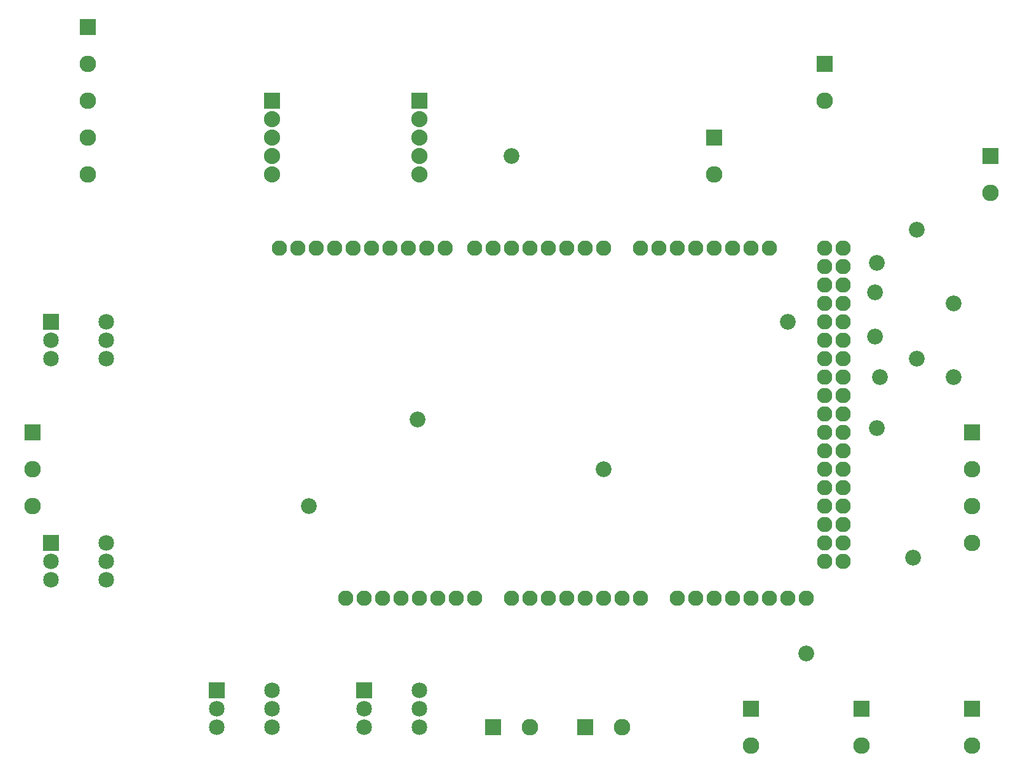
<source format=gbs>
G04 MADE WITH FRITZING*
G04 WWW.FRITZING.ORG*
G04 DOUBLE SIDED*
G04 HOLES PLATED*
G04 CONTOUR ON CENTER OF CONTOUR VECTOR*
%ASAXBY*%
%FSLAX23Y23*%
%MOIN*%
%OFA0B0*%
%SFA1.0B1.0*%
%ADD10C,0.085433*%
%ADD11C,0.085000*%
%ADD12C,0.090000*%
%ADD13C,0.088000*%
%ADD14C,0.082917*%
%ADD15R,0.085000X0.085000*%
%ADD16R,0.089986X0.090000*%
%ADD17R,0.088000X0.088000*%
%ADD18R,0.090000X0.090000*%
%ADD19R,0.090000X0.089986*%
%LNMASK0*%
G90*
G70*
G54D10*
X5202Y2244D03*
X1702Y1544D03*
X5202Y2644D03*
X2291Y2013D03*
X4784Y2861D03*
G54D11*
X302Y1344D03*
X602Y1344D03*
X302Y1244D03*
X602Y1244D03*
X302Y1144D03*
X602Y1144D03*
G54D10*
X5002Y3044D03*
G54D11*
X302Y2544D03*
X602Y2544D03*
X302Y2444D03*
X602Y2444D03*
X302Y2344D03*
X602Y2344D03*
G54D12*
X502Y3944D03*
X502Y3744D03*
X502Y3544D03*
X502Y3344D03*
X502Y4144D03*
G54D11*
X2002Y544D03*
X2302Y544D03*
X2002Y444D03*
X2302Y444D03*
X2002Y344D03*
X2302Y344D03*
X1202Y544D03*
X1502Y544D03*
X1202Y444D03*
X1502Y444D03*
X1202Y344D03*
X1502Y344D03*
G54D13*
X1502Y3744D03*
X1502Y3644D03*
X1502Y3544D03*
X1502Y3444D03*
X1502Y3344D03*
X2302Y3744D03*
X2302Y3644D03*
X2302Y3544D03*
X2302Y3444D03*
X2302Y3344D03*
G54D14*
X3802Y1044D03*
X2202Y1044D03*
X3902Y1044D03*
X4002Y1044D03*
X4102Y1044D03*
X4202Y1044D03*
X4502Y2444D03*
X4302Y1044D03*
X4402Y1044D03*
X2242Y2944D03*
X2802Y1044D03*
X2902Y1044D03*
X3002Y1044D03*
X3102Y1044D03*
X4502Y1644D03*
X3202Y1044D03*
X3302Y1044D03*
X3402Y1044D03*
X3502Y1044D03*
X3002Y2944D03*
X4502Y2844D03*
X4502Y2044D03*
X4502Y1244D03*
X1842Y2944D03*
X2602Y1044D03*
X2602Y2944D03*
X4502Y2644D03*
X4502Y2244D03*
X4502Y1844D03*
X4202Y2944D03*
X4502Y1444D03*
X4102Y2944D03*
X4002Y2944D03*
X3902Y2944D03*
X3802Y2944D03*
X3702Y2944D03*
X3602Y2944D03*
X3502Y2944D03*
X1642Y2944D03*
X2042Y2944D03*
X2442Y2944D03*
X2002Y1044D03*
X2402Y1044D03*
X3202Y2944D03*
X2802Y2944D03*
X4502Y2944D03*
X4502Y2744D03*
X4502Y2544D03*
X4502Y2344D03*
X4502Y2144D03*
X4502Y1944D03*
X4502Y1744D03*
X4502Y1544D03*
X4502Y1344D03*
X1542Y2944D03*
X1742Y2944D03*
X1942Y2944D03*
X2142Y2944D03*
X2342Y2944D03*
X1902Y1044D03*
X2102Y1044D03*
X2302Y1044D03*
X2502Y1044D03*
X3302Y2944D03*
X3102Y2944D03*
X2902Y2944D03*
X2702Y2944D03*
X4602Y2944D03*
X4602Y2844D03*
X4602Y2744D03*
X4602Y2644D03*
X4602Y2544D03*
X4602Y2444D03*
X4602Y2344D03*
X4602Y2244D03*
X4602Y2144D03*
X4602Y2044D03*
X4602Y1944D03*
X4602Y1844D03*
X4602Y1744D03*
X4602Y1644D03*
X4602Y1544D03*
X4602Y1444D03*
X4602Y1344D03*
X4602Y1244D03*
X3702Y1044D03*
G54D10*
X4775Y2703D03*
X4775Y2463D03*
X4302Y2544D03*
X4402Y744D03*
X5002Y2344D03*
X4802Y2244D03*
X4983Y1261D03*
X3302Y1744D03*
X4784Y1965D03*
X2802Y3444D03*
G54D12*
X202Y1744D03*
X202Y1544D03*
X202Y1944D03*
X4102Y444D03*
X4102Y244D03*
X4702Y444D03*
X4702Y244D03*
X5302Y444D03*
X5302Y244D03*
X3902Y3544D03*
X3902Y3344D03*
X2702Y344D03*
X2902Y344D03*
X4502Y3944D03*
X4502Y3744D03*
X5302Y1744D03*
X5302Y1544D03*
X5302Y1344D03*
X5302Y1944D03*
X5402Y3444D03*
X5402Y3244D03*
X3202Y344D03*
X3402Y344D03*
G54D15*
X302Y1344D03*
X302Y2544D03*
G54D16*
X502Y4144D03*
G54D15*
X2002Y544D03*
X1202Y544D03*
G54D17*
X1502Y3744D03*
X2302Y3744D03*
G54D18*
X202Y1944D03*
G54D16*
X4102Y444D03*
X4702Y444D03*
X5302Y444D03*
X3902Y3544D03*
G54D19*
X2702Y344D03*
G54D16*
X4502Y3944D03*
G54D18*
X5302Y1944D03*
G54D16*
X5402Y3444D03*
G54D19*
X3202Y344D03*
G04 End of Mask0*
M02*
</source>
